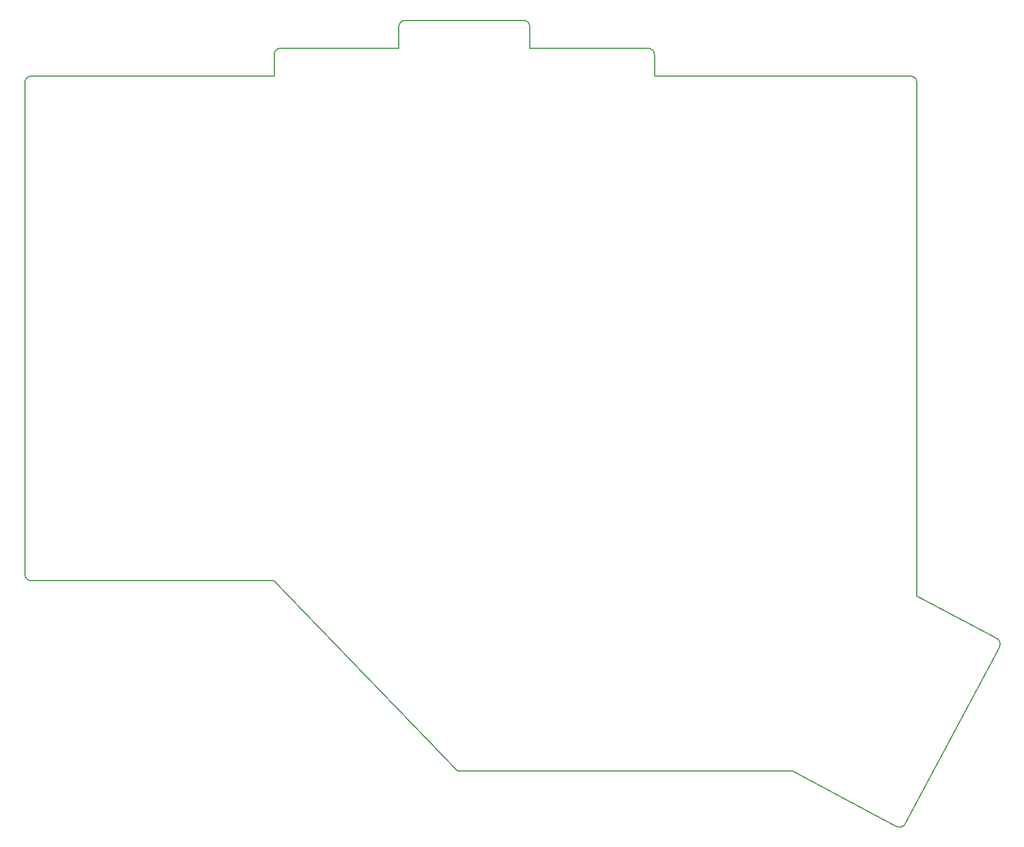
<source format=gbr>
%TF.GenerationSoftware,KiCad,Pcbnew,(6.0.4)*%
%TF.CreationDate,2023-12-12T22:20:10-08:00*%
%TF.ProjectId,keyboard,6b657962-6f61-4726-942e-6b696361645f,v1.0.0*%
%TF.SameCoordinates,Original*%
%TF.FileFunction,Profile,NP*%
%FSLAX46Y46*%
G04 Gerber Fmt 4.6, Leading zero omitted, Abs format (unit mm)*
G04 Created by KiCad (PCBNEW (6.0.4)) date 2023-12-12 22:20:10*
%MOMM*%
%LPD*%
G01*
G04 APERTURE LIST*
%TA.AperFunction,Profile*%
%ADD10C,0.150000*%
%TD*%
G04 APERTURE END LIST*
D10*
X216000000Y-75500000D02*
X198000000Y-75500000D01*
X236000000Y-84000000D02*
X275000000Y-84000000D01*
X288566910Y-171107753D02*
G75*
G03*
X288153414Y-169755323I-883010J469453D01*
G01*
X236000000Y-80750000D02*
G75*
G03*
X235000000Y-79750000I-1000000J0D01*
G01*
X276000000Y-163293238D02*
X276000000Y-85000000D01*
X140000000Y-160000000D02*
G75*
G03*
X141000000Y-161000000I1000000J0D01*
G01*
X140000000Y-160000000D02*
X140000000Y-85000000D01*
X141000000Y-84000000D02*
G75*
G03*
X140000000Y-85000000I0J-1000000D01*
G01*
X272895608Y-198451080D02*
G75*
G03*
X274248006Y-198037644I469492J882880D01*
G01*
X257002531Y-190000631D02*
X272895587Y-198451119D01*
X198000000Y-75500000D02*
G75*
G03*
X197000000Y-76500000I0J-1000000D01*
G01*
X236000000Y-84000000D02*
X236000000Y-80750000D01*
X179000000Y-79750000D02*
G75*
G03*
X178000000Y-80750000I0J-1000000D01*
G01*
X178000000Y-80750000D02*
X178000000Y-84000000D01*
X141000000Y-161000000D02*
X177966667Y-161000000D01*
X197000000Y-76500000D02*
X197000000Y-79750000D01*
X206000000Y-190000000D02*
X257000000Y-190000000D01*
X217000000Y-79750000D02*
X217000000Y-76500000D01*
X177966667Y-161000000D02*
X206000000Y-190000000D01*
X288153413Y-169755322D02*
X276000000Y-163293238D01*
X217000000Y-76500000D02*
G75*
G03*
X216000000Y-75500000I-1000000J0D01*
G01*
X179000000Y-79750000D02*
X197000000Y-79750000D01*
X274248007Y-198037643D02*
X288566889Y-171107741D01*
X257001344Y-189999999D02*
G75*
G03*
X257002531Y-190000631I452656J848799D01*
G01*
X217000000Y-79750000D02*
X235000000Y-79750000D01*
X276000000Y-85000000D02*
G75*
G03*
X275000000Y-84000000I-1000000J0D01*
G01*
X141000000Y-84000000D02*
X178000000Y-84000000D01*
M02*

</source>
